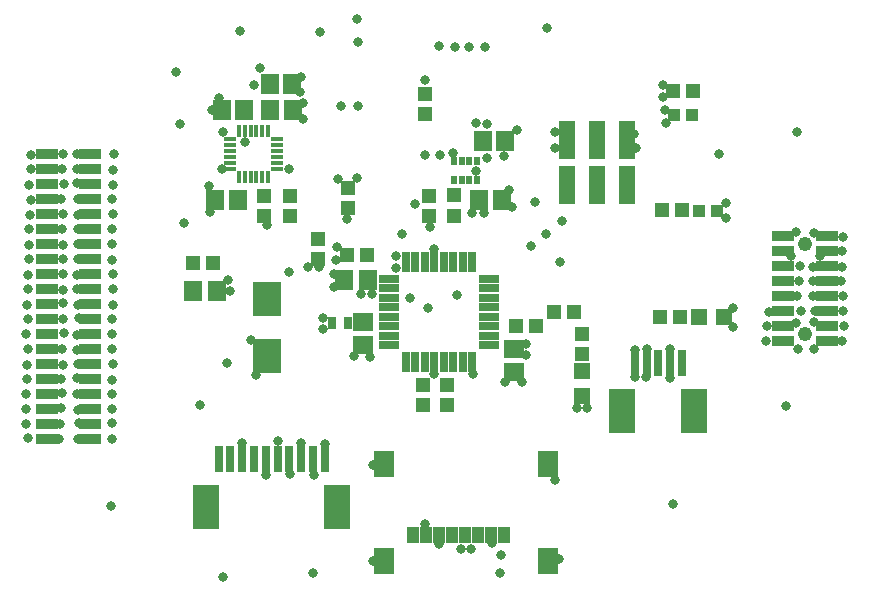
<source format=gbr>
G04 EAGLE Gerber RS-274X export*
G75*
%MOMM*%
%FSLAX34Y34*%
%LPD*%
%INSoldermask Top*%
%IPPOS*%
%AMOC8*
5,1,8,0,0,1.08239X$1,22.5*%
G01*
%ADD10R,1.203200X1.303200*%
%ADD11R,1.503200X1.703200*%
%ADD12R,1.803200X1.503200*%
%ADD13R,1.503200X1.803200*%
%ADD14R,0.803200X1.003200*%
%ADD15R,1.003200X1.403200*%
%ADD16R,1.703200X2.203200*%
%ADD17R,1.303200X1.203200*%
%ADD18R,2.403200X3.003200*%
%ADD19R,0.993200X0.463200*%
%ADD20R,0.463200X0.993200*%
%ADD21R,0.553200X0.703200*%
%ADD22R,1.703200X0.753200*%
%ADD23R,0.753200X1.703200*%
%ADD24R,1.879600X0.939800*%
%ADD25C,1.223200*%
%ADD26R,0.763200X2.233200*%
%ADD27R,2.183200X3.763200*%
%ADD28R,1.372000X3.282000*%
%ADD29R,1.003200X1.003200*%
%ADD30R,1.403200X1.403200*%
%ADD31C,0.813200*%


D10*
X336907Y292110D03*
X319907Y292110D03*
D11*
X404116Y422306D03*
X385116Y422306D03*
X338765Y345860D03*
X357765Y345860D03*
X344297Y422241D03*
X363297Y422241D03*
X403728Y443561D03*
X384728Y443561D03*
D12*
X591246Y219724D03*
X591246Y199724D03*
D13*
X319907Y269026D03*
X339907Y269026D03*
D11*
X562232Y345932D03*
X581232Y345932D03*
X565072Y395694D03*
X584072Y395694D03*
D13*
X468015Y278217D03*
X448015Y278217D03*
D12*
X463489Y242595D03*
X463489Y222595D03*
D14*
X451142Y241483D03*
X437142Y241483D03*
D15*
X583204Y62036D03*
X572204Y62036D03*
X561204Y62036D03*
X550204Y62036D03*
X539204Y62036D03*
X528204Y62036D03*
X517204Y62036D03*
X506204Y62036D03*
D16*
X481504Y40036D03*
X481504Y122036D03*
X620404Y122036D03*
X620404Y40036D03*
D17*
X379996Y331931D03*
X379996Y348931D03*
D10*
X450498Y299260D03*
X467498Y299260D03*
D17*
X535122Y172134D03*
X535122Y189134D03*
X514267Y172386D03*
X514267Y189386D03*
D10*
X726019Y437670D03*
X743019Y437670D03*
D17*
X402292Y331804D03*
X402292Y348804D03*
D10*
X717268Y337180D03*
X734268Y337180D03*
D17*
X540992Y332581D03*
X540992Y349581D03*
X519743Y332523D03*
X519743Y349523D03*
X425470Y313003D03*
X425470Y296003D03*
X450792Y339199D03*
X450792Y356199D03*
X516376Y435560D03*
X516376Y418560D03*
D18*
X382567Y213779D03*
X382567Y261779D03*
D19*
X390741Y372065D03*
X390741Y377065D03*
X390741Y382065D03*
X390741Y387065D03*
X390741Y392065D03*
X390741Y397065D03*
D20*
X383541Y404265D03*
X378541Y404265D03*
X373541Y404265D03*
X368541Y404265D03*
X363541Y404265D03*
X358541Y404265D03*
D19*
X351341Y397065D03*
X351341Y392065D03*
X351341Y387065D03*
X351341Y382065D03*
X351341Y377065D03*
X351341Y372065D03*
D20*
X358541Y364865D03*
X363541Y364865D03*
X368541Y364865D03*
X373541Y364865D03*
X378541Y364865D03*
X383541Y364865D03*
D21*
X553695Y363082D03*
X553695Y379082D03*
X547195Y363082D03*
X547195Y379082D03*
X560195Y379082D03*
X560195Y363082D03*
X540695Y363082D03*
X540695Y379082D03*
D22*
X486195Y278961D03*
X486195Y270961D03*
X486195Y262961D03*
X486195Y254961D03*
X486195Y246961D03*
X486195Y238961D03*
X486195Y230961D03*
X486195Y222961D03*
D23*
X500195Y208961D03*
X508195Y208961D03*
X516195Y208961D03*
X524195Y208961D03*
X532195Y208961D03*
X540195Y208961D03*
X548195Y208961D03*
X556195Y208961D03*
D22*
X570195Y222961D03*
X570195Y230961D03*
X570195Y238961D03*
X570195Y246961D03*
X570195Y254961D03*
X570195Y262961D03*
X570195Y270961D03*
X570195Y278961D03*
D23*
X556195Y292961D03*
X548195Y292961D03*
X540195Y292961D03*
X532195Y292961D03*
X524195Y292961D03*
X516195Y292961D03*
X508195Y292961D03*
X500195Y292961D03*
D24*
X196215Y143510D03*
X233045Y143510D03*
X196215Y156210D03*
X233045Y156210D03*
X196215Y168910D03*
X233045Y168910D03*
X196215Y181610D03*
X233045Y181610D03*
X196215Y194310D03*
X233045Y194310D03*
X196215Y207010D03*
X233045Y207010D03*
X196215Y219710D03*
X233045Y219710D03*
X196215Y232410D03*
X233045Y232410D03*
X196215Y245110D03*
X233045Y245110D03*
X196215Y257810D03*
X233045Y257810D03*
X196215Y270510D03*
X233045Y270510D03*
X196215Y283210D03*
X233045Y283210D03*
X196215Y295910D03*
X233045Y295910D03*
X196215Y308610D03*
X233045Y308610D03*
X196215Y321310D03*
X233045Y321310D03*
X196215Y334010D03*
X233045Y334010D03*
X196215Y346710D03*
X233045Y346710D03*
X196215Y359410D03*
X233045Y359410D03*
X196215Y372110D03*
X233045Y372110D03*
X196215Y384810D03*
X233045Y384810D03*
D25*
X838200Y232410D03*
X838200Y308610D03*
D24*
X819785Y226060D03*
X856615Y226060D03*
X819785Y238760D03*
X856615Y238760D03*
X819785Y251460D03*
X856615Y251460D03*
X819785Y264160D03*
X856615Y264160D03*
X819785Y276860D03*
X856615Y276860D03*
X819785Y289560D03*
X856615Y289560D03*
X819785Y302260D03*
X856615Y302260D03*
X819785Y314960D03*
X856615Y314960D03*
D26*
X733820Y208021D03*
X723820Y208021D03*
X713820Y208021D03*
X703820Y208021D03*
X693820Y208021D03*
D27*
X744420Y167361D03*
X683220Y167361D03*
D26*
X431485Y126397D03*
X421485Y126397D03*
X411485Y126397D03*
X401485Y126397D03*
X391485Y126397D03*
X381485Y126397D03*
X371485Y126397D03*
X361485Y126397D03*
X351485Y126397D03*
X341485Y126397D03*
D27*
X442085Y85747D03*
X330885Y85747D03*
D28*
X687279Y396800D03*
X687279Y358700D03*
X661879Y396800D03*
X661879Y358700D03*
X636479Y396800D03*
X636479Y358700D03*
D17*
X649220Y232554D03*
X649220Y215554D03*
D10*
X715204Y246482D03*
X732204Y246482D03*
X610560Y238941D03*
X593560Y238941D03*
X642625Y250688D03*
X625625Y250688D03*
D29*
X727325Y417825D03*
X742325Y417825D03*
X763606Y336782D03*
X748606Y336782D03*
D30*
X648870Y179959D03*
X648870Y200959D03*
X769333Y246562D03*
X748333Y246562D03*
D31*
X496632Y316918D03*
X400817Y284962D03*
X411083Y140193D03*
X450069Y329463D03*
X520734Y322774D03*
X523866Y304028D03*
X391500Y141648D03*
X382552Y324149D03*
X516073Y447515D03*
X503711Y262962D03*
X508033Y341981D03*
X516622Y70999D03*
X524298Y198617D03*
X830633Y318226D03*
X632015Y327862D03*
X826534Y298310D03*
X543604Y265385D03*
X831564Y264162D03*
X417147Y288865D03*
X602083Y223473D03*
X556040Y334611D03*
X559600Y410528D03*
X371222Y442967D03*
X458732Y363949D03*
X462319Y266505D03*
X693016Y401246D03*
X717476Y442700D03*
X345074Y403336D03*
X431233Y139543D03*
X805244Y226305D03*
X805480Y238936D03*
X807213Y250892D03*
X376283Y457197D03*
X546642Y50407D03*
X717876Y433094D03*
X694544Y389641D03*
X568762Y410028D03*
X566471Y335142D03*
X601686Y214850D03*
X430115Y236857D03*
X429902Y245964D03*
X471491Y265887D03*
X426910Y288924D03*
X442749Y363712D03*
X555294Y50334D03*
X834934Y251585D03*
X830329Y241722D03*
X831729Y219617D03*
X618641Y317286D03*
X833418Y289496D03*
X605888Y306554D03*
X833068Y276794D03*
X250444Y86425D03*
X326178Y171997D03*
X345430Y26539D03*
X421296Y29811D03*
X630829Y293643D03*
X831128Y403280D03*
X359488Y489162D03*
X427240Y487757D03*
X308663Y410151D03*
X348417Y207744D03*
X821488Y171093D03*
X725941Y88454D03*
X619565Y490965D03*
X305844Y454224D03*
X439338Y283444D03*
X439059Y272341D03*
X312205Y326492D03*
X456316Y213242D03*
X469599Y212789D03*
X583964Y191290D03*
X598252Y191237D03*
X334354Y335762D03*
X333664Y357936D03*
X444717Y425528D03*
X459411Y425030D03*
X411552Y449776D03*
X410170Y436961D03*
X413311Y427915D03*
X413311Y414598D03*
X459353Y479238D03*
X459039Y499025D03*
X593943Y405330D03*
X583057Y382719D03*
X587543Y353846D03*
X590073Y339888D03*
X765380Y384428D03*
X472628Y121406D03*
X472628Y40096D03*
X629985Y41774D03*
X626629Y108724D03*
X693792Y219074D03*
X723842Y219432D03*
X566927Y475001D03*
X553354Y475540D03*
X541399Y475181D03*
X528320Y475855D03*
X401045Y371837D03*
X344103Y371911D03*
X363625Y394617D03*
X372983Y197581D03*
X369358Y226842D03*
X703886Y219648D03*
X626342Y403189D03*
X335832Y422290D03*
X341653Y432191D03*
X556900Y198799D03*
X441671Y305685D03*
X361502Y139616D03*
X401637Y113916D03*
X381425Y112905D03*
X421921Y113122D03*
X653687Y169244D03*
X870484Y314781D03*
X869586Y302202D03*
X869586Y288874D03*
X868360Y276937D03*
X869977Y264537D03*
X870067Y251328D03*
X870965Y239107D03*
X869258Y226078D03*
X580979Y44987D03*
X579966Y30312D03*
X572818Y54995D03*
X528323Y54891D03*
X528762Y383612D03*
X516081Y383812D03*
X539578Y385868D03*
X569163Y381657D03*
X559794Y370705D03*
X720237Y410992D03*
X719717Y421734D03*
X626549Y390016D03*
X693728Y195533D03*
X703691Y195966D03*
X723798Y195346D03*
X777431Y238444D03*
X777229Y253987D03*
X644640Y169306D03*
X441217Y295247D03*
X491859Y297997D03*
X491618Y288071D03*
X771382Y342870D03*
X771382Y330599D03*
X845863Y219674D03*
X845296Y242497D03*
X846034Y251438D03*
X844419Y264360D03*
X845103Y276777D03*
X845069Y289049D03*
X850482Y298506D03*
X845821Y318172D03*
X349090Y277791D03*
X350929Y268469D03*
X609313Y344024D03*
X518546Y254326D03*
X223063Y157120D03*
X251063Y156773D03*
X210049Y384556D03*
X209026Y371984D03*
X210241Y359150D03*
X207783Y346596D03*
X209594Y333913D03*
X208818Y321488D03*
X209983Y307640D03*
X209465Y295474D03*
X209853Y282920D03*
X209594Y269460D03*
X210112Y258329D03*
X209853Y244611D03*
X210629Y232704D03*
X208818Y219761D03*
X209594Y206301D03*
X208393Y193799D03*
X209078Y182228D03*
X208042Y169286D03*
X207525Y156344D03*
X206749Y143660D03*
X222804Y143142D03*
X182784Y383950D03*
X182511Y372287D03*
X181014Y358509D03*
X182362Y346080D03*
X181763Y333051D03*
X181164Y321221D03*
X180715Y307593D03*
X180994Y295976D03*
X180110Y281994D03*
X180162Y270506D03*
X179330Y257199D03*
X180016Y244914D03*
X178716Y232006D03*
X179756Y219444D03*
X179496Y206449D03*
X179323Y194060D03*
X178716Y181412D03*
X178370Y169110D03*
X178023Y156201D03*
X179781Y144299D03*
X251218Y143518D03*
X222545Y295862D03*
X251270Y295353D03*
X221769Y282402D03*
X252050Y282721D03*
X222286Y321488D03*
X251166Y321551D03*
X222028Y181452D03*
X251166Y181100D03*
X221769Y270754D03*
X251918Y270211D03*
X222286Y257035D03*
X252092Y257130D03*
X222804Y333136D03*
X251686Y333714D03*
X222028Y194653D03*
X251572Y193194D03*
X223580Y245646D03*
X251399Y245001D03*
X222028Y231409D03*
X251225Y232612D03*
X221769Y218726D03*
X251312Y219271D03*
X222804Y206819D03*
X251832Y206795D03*
X222545Y308546D03*
X251166Y308867D03*
X221341Y360016D03*
X251892Y358700D03*
X222286Y346596D03*
X251582Y346501D03*
X222286Y168251D03*
X250855Y168624D03*
X221226Y371972D03*
X251892Y371426D03*
X221642Y384655D03*
X252953Y384713D03*
M02*

</source>
